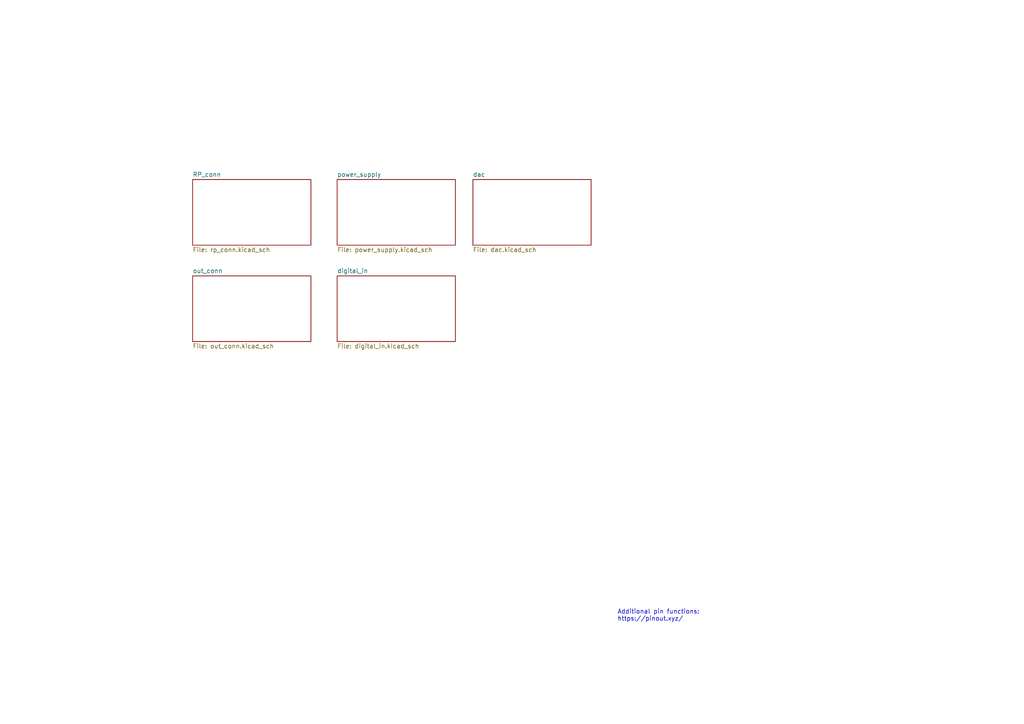
<source format=kicad_sch>
(kicad_sch
	(version 20231120)
	(generator "eeschema")
	(generator_version "8.0")
	(uuid "e63e39d7-6ac0-4ffd-8aa3-1841a4541b55")
	(paper "A4")
	(title_block
		(date "15 nov 2012")
	)
	(lib_symbols)
	(text "Additional pin functions:\nhttps://pinout.xyz/"
		(exclude_from_sim no)
		(at 179.07 180.34 0)
		(effects
			(font
				(size 1.27 1.27)
			)
			(justify left bottom)
		)
		(uuid "36e2c557-2c2a-4fba-9b6f-1167ab8ec281")
	)
	(sheet
		(at 137.16 52.07)
		(size 34.29 19.05)
		(fields_autoplaced yes)
		(stroke
			(width 0.1524)
			(type solid)
		)
		(fill
			(color 0 0 0 0.0000)
		)
		(uuid "1d9103a8-3d93-4893-80ff-0db3ec4096ed")
		(property "Sheetname" "dac"
			(at 137.16 51.3584 0)
			(effects
				(font
					(size 1.27 1.27)
				)
				(justify left bottom)
			)
		)
		(property "Sheetfile" "dac.kicad_sch"
			(at 137.16 71.7046 0)
			(effects
				(font
					(size 1.27 1.27)
				)
				(justify left top)
			)
		)
		(instances
			(project "ohsim_hat"
				(path "/e63e39d7-6ac0-4ffd-8aa3-1841a4541b55"
					(page "4")
				)
			)
		)
	)
	(sheet
		(at 97.79 80.01)
		(size 34.29 19.05)
		(fields_autoplaced yes)
		(stroke
			(width 0.1524)
			(type solid)
		)
		(fill
			(color 0 0 0 0.0000)
		)
		(uuid "6005b7e4-c6e4-4bda-abfe-d94017bd1ed7")
		(property "Sheetname" "digital_in"
			(at 97.79 79.2984 0)
			(effects
				(font
					(size 1.27 1.27)
				)
				(justify left bottom)
			)
		)
		(property "Sheetfile" "digital_in.kicad_sch"
			(at 97.79 99.6446 0)
			(effects
				(font
					(size 1.27 1.27)
				)
				(justify left top)
			)
		)
		(instances
			(project "ohsim_hat"
				(path "/e63e39d7-6ac0-4ffd-8aa3-1841a4541b55"
					(page "6")
				)
			)
		)
	)
	(sheet
		(at 97.79 52.07)
		(size 34.29 19.05)
		(fields_autoplaced yes)
		(stroke
			(width 0.1524)
			(type solid)
		)
		(fill
			(color 0 0 0 0.0000)
		)
		(uuid "75f7f450-da7d-40f6-a874-e2e0a091ef91")
		(property "Sheetname" "power_supply"
			(at 97.79 51.3584 0)
			(effects
				(font
					(size 1.27 1.27)
				)
				(justify left bottom)
			)
		)
		(property "Sheetfile" "power_supply.kicad_sch"
			(at 97.79 71.7046 0)
			(effects
				(font
					(size 1.27 1.27)
				)
				(justify left top)
			)
		)
		(instances
			(project "ohsim_hat"
				(path "/e63e39d7-6ac0-4ffd-8aa3-1841a4541b55"
					(page "3")
				)
			)
		)
	)
	(sheet
		(at 55.88 52.07)
		(size 34.29 19.05)
		(fields_autoplaced yes)
		(stroke
			(width 0.1524)
			(type solid)
		)
		(fill
			(color 0 0 0 0.0000)
		)
		(uuid "ad949171-8ffd-4b09-80ad-bc7165e2eb23")
		(property "Sheetname" "RP_conn"
			(at 55.88 51.3584 0)
			(effects
				(font
					(size 1.27 1.27)
				)
				(justify left bottom)
			)
		)
		(property "Sheetfile" "rp_conn.kicad_sch"
			(at 55.88 71.7046 0)
			(effects
				(font
					(size 1.27 1.27)
				)
				(justify left top)
			)
		)
		(instances
			(project "ohsim_hat"
				(path "/e63e39d7-6ac0-4ffd-8aa3-1841a4541b55"
					(page "2")
				)
			)
		)
	)
	(sheet
		(at 55.88 80.01)
		(size 34.29 19.05)
		(fields_autoplaced yes)
		(stroke
			(width 0.1524)
			(type solid)
		)
		(fill
			(color 0 0 0 0.0000)
		)
		(uuid "ae34c49e-3026-45c3-80f8-cc15a7b16a3e")
		(property "Sheetname" "out_conn"
			(at 55.88 79.2984 0)
			(effects
				(font
					(size 1.27 1.27)
				)
				(justify left bottom)
			)
		)
		(property "Sheetfile" "out_conn.kicad_sch"
			(at 55.88 99.6446 0)
			(effects
				(font
					(size 1.27 1.27)
				)
				(justify left top)
			)
		)
		(instances
			(project "ohsim_hat"
				(path "/e63e39d7-6ac0-4ffd-8aa3-1841a4541b55"
					(page "5")
				)
			)
		)
	)
	(sheet_instances
		(path "/"
			(page "1")
		)
	)
)

</source>
